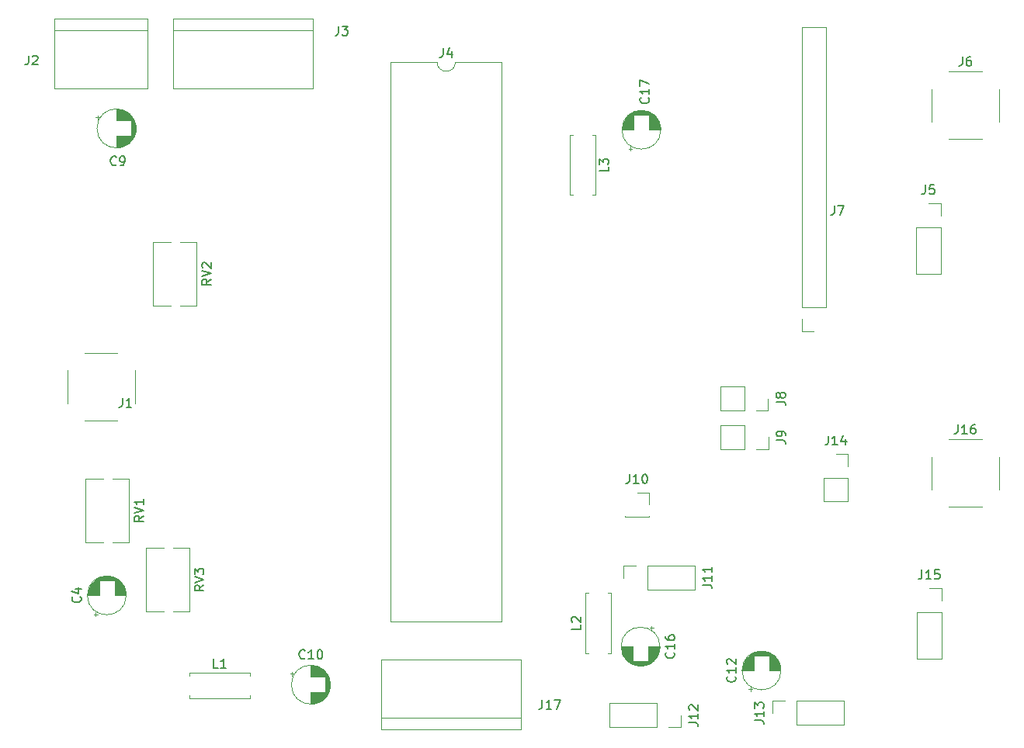
<source format=gbr>
%TF.GenerationSoftware,KiCad,Pcbnew,(5.1.10)-1*%
%TF.CreationDate,2021-07-26T18:41:44-03:00*%
%TF.ProjectId,ASBF,41534246-2e6b-4696-9361-645f70636258,V1.1*%
%TF.SameCoordinates,Original*%
%TF.FileFunction,Legend,Top*%
%TF.FilePolarity,Positive*%
%FSLAX46Y46*%
G04 Gerber Fmt 4.6, Leading zero omitted, Abs format (unit mm)*
G04 Created by KiCad (PCBNEW (5.1.10)-1) date 2021-07-26 18:41:44*
%MOMM*%
%LPD*%
G01*
G04 APERTURE LIST*
%ADD10C,0.120000*%
%ADD11C,0.150000*%
G04 APERTURE END LIST*
D10*
%TO.C,J17*%
X140060000Y-122310000D02*
X155300000Y-122310000D01*
X140060000Y-114690000D02*
X155300000Y-114690000D01*
X140060000Y-121040000D02*
X155300000Y-121040000D01*
X155300000Y-122310000D02*
X155300000Y-114690000D01*
X140060000Y-122310000D02*
X140060000Y-114690000D01*
%TO.C,J2*%
X104380000Y-45960000D02*
X114540000Y-45960000D01*
X104380000Y-44690000D02*
X104380000Y-52310000D01*
X104380000Y-52310000D02*
X114540000Y-52310000D01*
X114540000Y-52310000D02*
X114540000Y-44690000D01*
X114540000Y-44690000D02*
X104380000Y-44690000D01*
%TO.C,C12*%
X183620000Y-115850000D02*
G75*
G03*
X183620000Y-115850000I-2120000J0D01*
G01*
X182340000Y-115850000D02*
X183580000Y-115850000D01*
X179420000Y-115850000D02*
X180660000Y-115850000D01*
X182340000Y-115810000D02*
X183580000Y-115810000D01*
X179420000Y-115810000D02*
X180660000Y-115810000D01*
X182340000Y-115770000D02*
X183579000Y-115770000D01*
X179421000Y-115770000D02*
X180660000Y-115770000D01*
X179423000Y-115730000D02*
X180660000Y-115730000D01*
X182340000Y-115730000D02*
X183577000Y-115730000D01*
X179426000Y-115690000D02*
X180660000Y-115690000D01*
X182340000Y-115690000D02*
X183574000Y-115690000D01*
X179429000Y-115650000D02*
X180660000Y-115650000D01*
X182340000Y-115650000D02*
X183571000Y-115650000D01*
X179433000Y-115610000D02*
X180660000Y-115610000D01*
X182340000Y-115610000D02*
X183567000Y-115610000D01*
X179438000Y-115570000D02*
X180660000Y-115570000D01*
X182340000Y-115570000D02*
X183562000Y-115570000D01*
X179444000Y-115530000D02*
X180660000Y-115530000D01*
X182340000Y-115530000D02*
X183556000Y-115530000D01*
X179450000Y-115490000D02*
X180660000Y-115490000D01*
X182340000Y-115490000D02*
X183550000Y-115490000D01*
X179458000Y-115450000D02*
X180660000Y-115450000D01*
X182340000Y-115450000D02*
X183542000Y-115450000D01*
X179466000Y-115410000D02*
X180660000Y-115410000D01*
X182340000Y-115410000D02*
X183534000Y-115410000D01*
X179475000Y-115370000D02*
X180660000Y-115370000D01*
X182340000Y-115370000D02*
X183525000Y-115370000D01*
X179484000Y-115330000D02*
X180660000Y-115330000D01*
X182340000Y-115330000D02*
X183516000Y-115330000D01*
X179495000Y-115290000D02*
X180660000Y-115290000D01*
X182340000Y-115290000D02*
X183505000Y-115290000D01*
X179506000Y-115250000D02*
X180660000Y-115250000D01*
X182340000Y-115250000D02*
X183494000Y-115250000D01*
X179518000Y-115210000D02*
X180660000Y-115210000D01*
X182340000Y-115210000D02*
X183482000Y-115210000D01*
X179532000Y-115170000D02*
X180660000Y-115170000D01*
X182340000Y-115170000D02*
X183468000Y-115170000D01*
X179546000Y-115129000D02*
X180660000Y-115129000D01*
X182340000Y-115129000D02*
X183454000Y-115129000D01*
X179560000Y-115089000D02*
X180660000Y-115089000D01*
X182340000Y-115089000D02*
X183440000Y-115089000D01*
X179576000Y-115049000D02*
X180660000Y-115049000D01*
X182340000Y-115049000D02*
X183424000Y-115049000D01*
X179593000Y-115009000D02*
X180660000Y-115009000D01*
X182340000Y-115009000D02*
X183407000Y-115009000D01*
X179611000Y-114969000D02*
X180660000Y-114969000D01*
X182340000Y-114969000D02*
X183389000Y-114969000D01*
X179630000Y-114929000D02*
X180660000Y-114929000D01*
X182340000Y-114929000D02*
X183370000Y-114929000D01*
X179649000Y-114889000D02*
X180660000Y-114889000D01*
X182340000Y-114889000D02*
X183351000Y-114889000D01*
X179670000Y-114849000D02*
X180660000Y-114849000D01*
X182340000Y-114849000D02*
X183330000Y-114849000D01*
X179692000Y-114809000D02*
X180660000Y-114809000D01*
X182340000Y-114809000D02*
X183308000Y-114809000D01*
X179715000Y-114769000D02*
X180660000Y-114769000D01*
X182340000Y-114769000D02*
X183285000Y-114769000D01*
X179740000Y-114729000D02*
X180660000Y-114729000D01*
X182340000Y-114729000D02*
X183260000Y-114729000D01*
X179765000Y-114689000D02*
X180660000Y-114689000D01*
X182340000Y-114689000D02*
X183235000Y-114689000D01*
X179792000Y-114649000D02*
X180660000Y-114649000D01*
X182340000Y-114649000D02*
X183208000Y-114649000D01*
X179820000Y-114609000D02*
X180660000Y-114609000D01*
X182340000Y-114609000D02*
X183180000Y-114609000D01*
X179850000Y-114569000D02*
X180660000Y-114569000D01*
X182340000Y-114569000D02*
X183150000Y-114569000D01*
X179881000Y-114529000D02*
X180660000Y-114529000D01*
X182340000Y-114529000D02*
X183119000Y-114529000D01*
X179913000Y-114489000D02*
X180660000Y-114489000D01*
X182340000Y-114489000D02*
X183087000Y-114489000D01*
X179948000Y-114449000D02*
X180660000Y-114449000D01*
X182340000Y-114449000D02*
X183052000Y-114449000D01*
X179984000Y-114409000D02*
X180660000Y-114409000D01*
X182340000Y-114409000D02*
X183016000Y-114409000D01*
X180022000Y-114369000D02*
X180660000Y-114369000D01*
X182340000Y-114369000D02*
X182978000Y-114369000D01*
X180062000Y-114329000D02*
X180660000Y-114329000D01*
X182340000Y-114329000D02*
X182938000Y-114329000D01*
X180104000Y-114289000D02*
X180660000Y-114289000D01*
X182340000Y-114289000D02*
X182896000Y-114289000D01*
X180149000Y-114249000D02*
X182851000Y-114249000D01*
X180196000Y-114209000D02*
X182804000Y-114209000D01*
X180246000Y-114169000D02*
X182754000Y-114169000D01*
X180300000Y-114129000D02*
X182700000Y-114129000D01*
X180358000Y-114089000D02*
X182642000Y-114089000D01*
X180420000Y-114049000D02*
X182580000Y-114049000D01*
X180487000Y-114009000D02*
X182513000Y-114009000D01*
X180560000Y-113969000D02*
X182440000Y-113969000D01*
X180641000Y-113929000D02*
X182359000Y-113929000D01*
X180732000Y-113889000D02*
X182268000Y-113889000D01*
X180836000Y-113849000D02*
X182164000Y-113849000D01*
X180963000Y-113809000D02*
X182037000Y-113809000D01*
X181130000Y-113769000D02*
X181870000Y-113769000D01*
X180305000Y-118119801D02*
X180305000Y-117719801D01*
X180105000Y-117919801D02*
X180505000Y-117919801D01*
%TO.C,C17*%
X170520000Y-56850000D02*
G75*
G03*
X170520000Y-56850000I-2120000J0D01*
G01*
X169240000Y-56850000D02*
X170480000Y-56850000D01*
X166320000Y-56850000D02*
X167560000Y-56850000D01*
X169240000Y-56810000D02*
X170480000Y-56810000D01*
X166320000Y-56810000D02*
X167560000Y-56810000D01*
X169240000Y-56770000D02*
X170479000Y-56770000D01*
X166321000Y-56770000D02*
X167560000Y-56770000D01*
X166323000Y-56730000D02*
X167560000Y-56730000D01*
X169240000Y-56730000D02*
X170477000Y-56730000D01*
X166326000Y-56690000D02*
X167560000Y-56690000D01*
X169240000Y-56690000D02*
X170474000Y-56690000D01*
X166329000Y-56650000D02*
X167560000Y-56650000D01*
X169240000Y-56650000D02*
X170471000Y-56650000D01*
X166333000Y-56610000D02*
X167560000Y-56610000D01*
X169240000Y-56610000D02*
X170467000Y-56610000D01*
X166338000Y-56570000D02*
X167560000Y-56570000D01*
X169240000Y-56570000D02*
X170462000Y-56570000D01*
X166344000Y-56530000D02*
X167560000Y-56530000D01*
X169240000Y-56530000D02*
X170456000Y-56530000D01*
X166350000Y-56490000D02*
X167560000Y-56490000D01*
X169240000Y-56490000D02*
X170450000Y-56490000D01*
X166358000Y-56450000D02*
X167560000Y-56450000D01*
X169240000Y-56450000D02*
X170442000Y-56450000D01*
X166366000Y-56410000D02*
X167560000Y-56410000D01*
X169240000Y-56410000D02*
X170434000Y-56410000D01*
X166375000Y-56370000D02*
X167560000Y-56370000D01*
X169240000Y-56370000D02*
X170425000Y-56370000D01*
X166384000Y-56330000D02*
X167560000Y-56330000D01*
X169240000Y-56330000D02*
X170416000Y-56330000D01*
X166395000Y-56290000D02*
X167560000Y-56290000D01*
X169240000Y-56290000D02*
X170405000Y-56290000D01*
X166406000Y-56250000D02*
X167560000Y-56250000D01*
X169240000Y-56250000D02*
X170394000Y-56250000D01*
X166418000Y-56210000D02*
X167560000Y-56210000D01*
X169240000Y-56210000D02*
X170382000Y-56210000D01*
X166432000Y-56170000D02*
X167560000Y-56170000D01*
X169240000Y-56170000D02*
X170368000Y-56170000D01*
X166446000Y-56129000D02*
X167560000Y-56129000D01*
X169240000Y-56129000D02*
X170354000Y-56129000D01*
X166460000Y-56089000D02*
X167560000Y-56089000D01*
X169240000Y-56089000D02*
X170340000Y-56089000D01*
X166476000Y-56049000D02*
X167560000Y-56049000D01*
X169240000Y-56049000D02*
X170324000Y-56049000D01*
X166493000Y-56009000D02*
X167560000Y-56009000D01*
X169240000Y-56009000D02*
X170307000Y-56009000D01*
X166511000Y-55969000D02*
X167560000Y-55969000D01*
X169240000Y-55969000D02*
X170289000Y-55969000D01*
X166530000Y-55929000D02*
X167560000Y-55929000D01*
X169240000Y-55929000D02*
X170270000Y-55929000D01*
X166549000Y-55889000D02*
X167560000Y-55889000D01*
X169240000Y-55889000D02*
X170251000Y-55889000D01*
X166570000Y-55849000D02*
X167560000Y-55849000D01*
X169240000Y-55849000D02*
X170230000Y-55849000D01*
X166592000Y-55809000D02*
X167560000Y-55809000D01*
X169240000Y-55809000D02*
X170208000Y-55809000D01*
X166615000Y-55769000D02*
X167560000Y-55769000D01*
X169240000Y-55769000D02*
X170185000Y-55769000D01*
X166640000Y-55729000D02*
X167560000Y-55729000D01*
X169240000Y-55729000D02*
X170160000Y-55729000D01*
X166665000Y-55689000D02*
X167560000Y-55689000D01*
X169240000Y-55689000D02*
X170135000Y-55689000D01*
X166692000Y-55649000D02*
X167560000Y-55649000D01*
X169240000Y-55649000D02*
X170108000Y-55649000D01*
X166720000Y-55609000D02*
X167560000Y-55609000D01*
X169240000Y-55609000D02*
X170080000Y-55609000D01*
X166750000Y-55569000D02*
X167560000Y-55569000D01*
X169240000Y-55569000D02*
X170050000Y-55569000D01*
X166781000Y-55529000D02*
X167560000Y-55529000D01*
X169240000Y-55529000D02*
X170019000Y-55529000D01*
X166813000Y-55489000D02*
X167560000Y-55489000D01*
X169240000Y-55489000D02*
X169987000Y-55489000D01*
X166848000Y-55449000D02*
X167560000Y-55449000D01*
X169240000Y-55449000D02*
X169952000Y-55449000D01*
X166884000Y-55409000D02*
X167560000Y-55409000D01*
X169240000Y-55409000D02*
X169916000Y-55409000D01*
X166922000Y-55369000D02*
X167560000Y-55369000D01*
X169240000Y-55369000D02*
X169878000Y-55369000D01*
X166962000Y-55329000D02*
X167560000Y-55329000D01*
X169240000Y-55329000D02*
X169838000Y-55329000D01*
X167004000Y-55289000D02*
X167560000Y-55289000D01*
X169240000Y-55289000D02*
X169796000Y-55289000D01*
X167049000Y-55249000D02*
X169751000Y-55249000D01*
X167096000Y-55209000D02*
X169704000Y-55209000D01*
X167146000Y-55169000D02*
X169654000Y-55169000D01*
X167200000Y-55129000D02*
X169600000Y-55129000D01*
X167258000Y-55089000D02*
X169542000Y-55089000D01*
X167320000Y-55049000D02*
X169480000Y-55049000D01*
X167387000Y-55009000D02*
X169413000Y-55009000D01*
X167460000Y-54969000D02*
X169340000Y-54969000D01*
X167541000Y-54929000D02*
X169259000Y-54929000D01*
X167632000Y-54889000D02*
X169168000Y-54889000D01*
X167736000Y-54849000D02*
X169064000Y-54849000D01*
X167863000Y-54809000D02*
X168937000Y-54809000D01*
X168030000Y-54769000D02*
X168770000Y-54769000D01*
X167205000Y-59119801D02*
X167205000Y-58719801D01*
X167005000Y-58919801D02*
X167405000Y-58919801D01*
%TO.C,C16*%
X170424000Y-113250000D02*
G75*
G03*
X170424000Y-113250000I-2120000J0D01*
G01*
X167464000Y-113250000D02*
X166224000Y-113250000D01*
X170384000Y-113250000D02*
X169144000Y-113250000D01*
X167464000Y-113290000D02*
X166224000Y-113290000D01*
X170384000Y-113290000D02*
X169144000Y-113290000D01*
X167464000Y-113330000D02*
X166225000Y-113330000D01*
X170383000Y-113330000D02*
X169144000Y-113330000D01*
X170381000Y-113370000D02*
X169144000Y-113370000D01*
X167464000Y-113370000D02*
X166227000Y-113370000D01*
X170378000Y-113410000D02*
X169144000Y-113410000D01*
X167464000Y-113410000D02*
X166230000Y-113410000D01*
X170375000Y-113450000D02*
X169144000Y-113450000D01*
X167464000Y-113450000D02*
X166233000Y-113450000D01*
X170371000Y-113490000D02*
X169144000Y-113490000D01*
X167464000Y-113490000D02*
X166237000Y-113490000D01*
X170366000Y-113530000D02*
X169144000Y-113530000D01*
X167464000Y-113530000D02*
X166242000Y-113530000D01*
X170360000Y-113570000D02*
X169144000Y-113570000D01*
X167464000Y-113570000D02*
X166248000Y-113570000D01*
X170354000Y-113610000D02*
X169144000Y-113610000D01*
X167464000Y-113610000D02*
X166254000Y-113610000D01*
X170346000Y-113650000D02*
X169144000Y-113650000D01*
X167464000Y-113650000D02*
X166262000Y-113650000D01*
X170338000Y-113690000D02*
X169144000Y-113690000D01*
X167464000Y-113690000D02*
X166270000Y-113690000D01*
X170329000Y-113730000D02*
X169144000Y-113730000D01*
X167464000Y-113730000D02*
X166279000Y-113730000D01*
X170320000Y-113770000D02*
X169144000Y-113770000D01*
X167464000Y-113770000D02*
X166288000Y-113770000D01*
X170309000Y-113810000D02*
X169144000Y-113810000D01*
X167464000Y-113810000D02*
X166299000Y-113810000D01*
X170298000Y-113850000D02*
X169144000Y-113850000D01*
X167464000Y-113850000D02*
X166310000Y-113850000D01*
X170286000Y-113890000D02*
X169144000Y-113890000D01*
X167464000Y-113890000D02*
X166322000Y-113890000D01*
X170272000Y-113930000D02*
X169144000Y-113930000D01*
X167464000Y-113930000D02*
X166336000Y-113930000D01*
X170258000Y-113971000D02*
X169144000Y-113971000D01*
X167464000Y-113971000D02*
X166350000Y-113971000D01*
X170244000Y-114011000D02*
X169144000Y-114011000D01*
X167464000Y-114011000D02*
X166364000Y-114011000D01*
X170228000Y-114051000D02*
X169144000Y-114051000D01*
X167464000Y-114051000D02*
X166380000Y-114051000D01*
X170211000Y-114091000D02*
X169144000Y-114091000D01*
X167464000Y-114091000D02*
X166397000Y-114091000D01*
X170193000Y-114131000D02*
X169144000Y-114131000D01*
X167464000Y-114131000D02*
X166415000Y-114131000D01*
X170174000Y-114171000D02*
X169144000Y-114171000D01*
X167464000Y-114171000D02*
X166434000Y-114171000D01*
X170155000Y-114211000D02*
X169144000Y-114211000D01*
X167464000Y-114211000D02*
X166453000Y-114211000D01*
X170134000Y-114251000D02*
X169144000Y-114251000D01*
X167464000Y-114251000D02*
X166474000Y-114251000D01*
X170112000Y-114291000D02*
X169144000Y-114291000D01*
X167464000Y-114291000D02*
X166496000Y-114291000D01*
X170089000Y-114331000D02*
X169144000Y-114331000D01*
X167464000Y-114331000D02*
X166519000Y-114331000D01*
X170064000Y-114371000D02*
X169144000Y-114371000D01*
X167464000Y-114371000D02*
X166544000Y-114371000D01*
X170039000Y-114411000D02*
X169144000Y-114411000D01*
X167464000Y-114411000D02*
X166569000Y-114411000D01*
X170012000Y-114451000D02*
X169144000Y-114451000D01*
X167464000Y-114451000D02*
X166596000Y-114451000D01*
X169984000Y-114491000D02*
X169144000Y-114491000D01*
X167464000Y-114491000D02*
X166624000Y-114491000D01*
X169954000Y-114531000D02*
X169144000Y-114531000D01*
X167464000Y-114531000D02*
X166654000Y-114531000D01*
X169923000Y-114571000D02*
X169144000Y-114571000D01*
X167464000Y-114571000D02*
X166685000Y-114571000D01*
X169891000Y-114611000D02*
X169144000Y-114611000D01*
X167464000Y-114611000D02*
X166717000Y-114611000D01*
X169856000Y-114651000D02*
X169144000Y-114651000D01*
X167464000Y-114651000D02*
X166752000Y-114651000D01*
X169820000Y-114691000D02*
X169144000Y-114691000D01*
X167464000Y-114691000D02*
X166788000Y-114691000D01*
X169782000Y-114731000D02*
X169144000Y-114731000D01*
X167464000Y-114731000D02*
X166826000Y-114731000D01*
X169742000Y-114771000D02*
X169144000Y-114771000D01*
X167464000Y-114771000D02*
X166866000Y-114771000D01*
X169700000Y-114811000D02*
X169144000Y-114811000D01*
X167464000Y-114811000D02*
X166908000Y-114811000D01*
X169655000Y-114851000D02*
X166953000Y-114851000D01*
X169608000Y-114891000D02*
X167000000Y-114891000D01*
X169558000Y-114931000D02*
X167050000Y-114931000D01*
X169504000Y-114971000D02*
X167104000Y-114971000D01*
X169446000Y-115011000D02*
X167162000Y-115011000D01*
X169384000Y-115051000D02*
X167224000Y-115051000D01*
X169317000Y-115091000D02*
X167291000Y-115091000D01*
X169244000Y-115131000D02*
X167364000Y-115131000D01*
X169163000Y-115171000D02*
X167445000Y-115171000D01*
X169072000Y-115211000D02*
X167536000Y-115211000D01*
X168968000Y-115251000D02*
X167640000Y-115251000D01*
X168841000Y-115291000D02*
X167767000Y-115291000D01*
X168674000Y-115331000D02*
X167934000Y-115331000D01*
X169499000Y-110980199D02*
X169499000Y-111380199D01*
X169699000Y-111180199D02*
X169299000Y-111180199D01*
%TO.C,J4*%
X153180000Y-49470000D02*
X148120000Y-49470000D01*
X153180000Y-110550000D02*
X153180000Y-49470000D01*
X141060000Y-110550000D02*
X153180000Y-110550000D01*
X141060000Y-49470000D02*
X141060000Y-110550000D01*
X146120000Y-49470000D02*
X141060000Y-49470000D01*
X148120000Y-49470000D02*
G75*
G02*
X146120000Y-49470000I-1000000J0D01*
G01*
%TO.C,RV3*%
X119080000Y-102485000D02*
X119080000Y-109435000D01*
X114340000Y-102485000D02*
X114340000Y-109435000D01*
X119080000Y-102485000D02*
X117294000Y-102485000D01*
X116304000Y-102485000D02*
X114340000Y-102485000D01*
X119080000Y-109435000D02*
X117294000Y-109435000D01*
X116304000Y-109435000D02*
X114340000Y-109435000D01*
%TO.C,RV2*%
X119880000Y-69085000D02*
X119880000Y-76035000D01*
X115140000Y-69085000D02*
X115140000Y-76035000D01*
X119880000Y-69085000D02*
X118094000Y-69085000D01*
X117104000Y-69085000D02*
X115140000Y-69085000D01*
X119880000Y-76035000D02*
X118094000Y-76035000D01*
X117104000Y-76035000D02*
X115140000Y-76035000D01*
%TO.C,RV1*%
X112526000Y-94916000D02*
X112526000Y-101866000D01*
X107786000Y-94916000D02*
X107786000Y-101866000D01*
X112526000Y-94916000D02*
X110740000Y-94916000D01*
X109750000Y-94916000D02*
X107786000Y-94916000D01*
X112526000Y-101866000D02*
X110740000Y-101866000D01*
X109750000Y-101866000D02*
X107786000Y-101866000D01*
%TO.C,L3*%
X160630000Y-63980000D02*
X160960000Y-63980000D01*
X160630000Y-57440000D02*
X160630000Y-63980000D01*
X160960000Y-57440000D02*
X160630000Y-57440000D01*
X163370000Y-63980000D02*
X163040000Y-63980000D01*
X163370000Y-57440000D02*
X163370000Y-63980000D01*
X163040000Y-57440000D02*
X163370000Y-57440000D01*
%TO.C,L2*%
X165070000Y-107420000D02*
X164740000Y-107420000D01*
X165070000Y-113960000D02*
X165070000Y-107420000D01*
X164740000Y-113960000D02*
X165070000Y-113960000D01*
X162330000Y-107420000D02*
X162660000Y-107420000D01*
X162330000Y-113960000D02*
X162330000Y-107420000D01*
X162660000Y-113960000D02*
X162330000Y-113960000D01*
%TO.C,L1*%
X119140000Y-116460000D02*
X119140000Y-116130000D01*
X119140000Y-116130000D02*
X125680000Y-116130000D01*
X125680000Y-116130000D02*
X125680000Y-116460000D01*
X119140000Y-118540000D02*
X119140000Y-118870000D01*
X119140000Y-118870000D02*
X125680000Y-118870000D01*
X125680000Y-118870000D02*
X125680000Y-118540000D01*
%TO.C,J16*%
X201937000Y-90644000D02*
X205537000Y-90644000D01*
X201937000Y-98004000D02*
X205537000Y-98004000D01*
X207417000Y-92524000D02*
X207417000Y-96124000D01*
X200057000Y-92524000D02*
X200057000Y-96124000D01*
%TO.C,J15*%
X199800000Y-106870000D02*
X201130000Y-106870000D01*
X201130000Y-106870000D02*
X201130000Y-108200000D01*
X201130000Y-109470000D02*
X201130000Y-114610000D01*
X198470000Y-114610000D02*
X201130000Y-114610000D01*
X198470000Y-109470000D02*
X198470000Y-114610000D01*
X198470000Y-109470000D02*
X201130000Y-109470000D01*
%TO.C,J14*%
X189600000Y-92232000D02*
X190930000Y-92232000D01*
X190930000Y-92232000D02*
X190930000Y-93562000D01*
X190930000Y-94832000D02*
X190930000Y-97432000D01*
X188270000Y-97432000D02*
X190930000Y-97432000D01*
X188270000Y-94832000D02*
X188270000Y-97432000D01*
X188270000Y-94832000D02*
X190930000Y-94832000D01*
%TO.C,J13*%
X182722000Y-120486000D02*
X182722000Y-119156000D01*
X182722000Y-119156000D02*
X184052000Y-119156000D01*
X185322000Y-119156000D02*
X190462000Y-119156000D01*
X190462000Y-121816000D02*
X190462000Y-119156000D01*
X185322000Y-121816000D02*
X190462000Y-121816000D01*
X185322000Y-121816000D02*
X185322000Y-119156000D01*
%TO.C,J12*%
X172682000Y-120740000D02*
X172682000Y-122070000D01*
X172682000Y-122070000D02*
X171352000Y-122070000D01*
X170082000Y-122070000D02*
X164942000Y-122070000D01*
X164942000Y-119410000D02*
X164942000Y-122070000D01*
X170082000Y-119410000D02*
X164942000Y-119410000D01*
X170082000Y-119410000D02*
X170082000Y-122070000D01*
%TO.C,J11*%
X166466000Y-105754000D02*
X166466000Y-104424000D01*
X166466000Y-104424000D02*
X167796000Y-104424000D01*
X169066000Y-104424000D02*
X174206000Y-104424000D01*
X174206000Y-107084000D02*
X174206000Y-104424000D01*
X169066000Y-107084000D02*
X174206000Y-107084000D01*
X169066000Y-107084000D02*
X169066000Y-104424000D01*
%TO.C,J10*%
X167923000Y-96423000D02*
X169253000Y-96423000D01*
X169253000Y-96423000D02*
X169253000Y-97753000D01*
X169253000Y-98963000D02*
X169253000Y-99083000D01*
X166593000Y-98963000D02*
X166593000Y-99083000D01*
X166593000Y-99083000D02*
X169253000Y-99083000D01*
%TO.C,J9*%
X182230000Y-90400000D02*
X182230000Y-91730000D01*
X182230000Y-91730000D02*
X180900000Y-91730000D01*
X179630000Y-91730000D02*
X177030000Y-91730000D01*
X177030000Y-89070000D02*
X177030000Y-91730000D01*
X179630000Y-89070000D02*
X177030000Y-89070000D01*
X179630000Y-89070000D02*
X179630000Y-91730000D01*
%TO.C,J8*%
X182207000Y-86196000D02*
X182207000Y-87526000D01*
X182207000Y-87526000D02*
X180877000Y-87526000D01*
X179607000Y-87526000D02*
X177007000Y-87526000D01*
X177007000Y-84866000D02*
X177007000Y-87526000D01*
X179607000Y-84866000D02*
X177007000Y-84866000D01*
X179607000Y-84866000D02*
X179607000Y-87526000D01*
%TO.C,J7*%
X187200000Y-78830000D02*
X185870000Y-78830000D01*
X185870000Y-78830000D02*
X185870000Y-77500000D01*
X185870000Y-76230000D02*
X185870000Y-45690000D01*
X188530000Y-45690000D02*
X185870000Y-45690000D01*
X188530000Y-76230000D02*
X188530000Y-45690000D01*
X188530000Y-76230000D02*
X185870000Y-76230000D01*
%TO.C,J6*%
X201937000Y-50512000D02*
X205537000Y-50512000D01*
X201937000Y-57872000D02*
X205537000Y-57872000D01*
X207417000Y-52392000D02*
X207417000Y-55992000D01*
X200057000Y-52392000D02*
X200057000Y-55992000D01*
%TO.C,J5*%
X199700000Y-64870000D02*
X201030000Y-64870000D01*
X201030000Y-64870000D02*
X201030000Y-66200000D01*
X201030000Y-67470000D02*
X201030000Y-72610000D01*
X198370000Y-72610000D02*
X201030000Y-72610000D01*
X198370000Y-67470000D02*
X198370000Y-72610000D01*
X198370000Y-67470000D02*
X201030000Y-67470000D01*
%TO.C,J3*%
X132540000Y-44690000D02*
X132540000Y-52310000D01*
X117300000Y-44690000D02*
X117300000Y-52310000D01*
X132540000Y-45960000D02*
X117300000Y-45960000D01*
X132540000Y-52310000D02*
X117300000Y-52310000D01*
X132540000Y-44690000D02*
X117300000Y-44690000D01*
%TO.C,J1*%
X105785000Y-83094000D02*
X105785000Y-86694000D01*
X113145000Y-83094000D02*
X113145000Y-86694000D01*
X107665000Y-88574000D02*
X111265000Y-88574000D01*
X107665000Y-81214000D02*
X111265000Y-81214000D01*
%TO.C,C10*%
X134470000Y-117400000D02*
G75*
G03*
X134470000Y-117400000I-2120000J0D01*
G01*
X132350000Y-118240000D02*
X132350000Y-119480000D01*
X132350000Y-115320000D02*
X132350000Y-116560000D01*
X132390000Y-118240000D02*
X132390000Y-119480000D01*
X132390000Y-115320000D02*
X132390000Y-116560000D01*
X132430000Y-118240000D02*
X132430000Y-119479000D01*
X132430000Y-115321000D02*
X132430000Y-116560000D01*
X132470000Y-115323000D02*
X132470000Y-116560000D01*
X132470000Y-118240000D02*
X132470000Y-119477000D01*
X132510000Y-115326000D02*
X132510000Y-116560000D01*
X132510000Y-118240000D02*
X132510000Y-119474000D01*
X132550000Y-115329000D02*
X132550000Y-116560000D01*
X132550000Y-118240000D02*
X132550000Y-119471000D01*
X132590000Y-115333000D02*
X132590000Y-116560000D01*
X132590000Y-118240000D02*
X132590000Y-119467000D01*
X132630000Y-115338000D02*
X132630000Y-116560000D01*
X132630000Y-118240000D02*
X132630000Y-119462000D01*
X132670000Y-115344000D02*
X132670000Y-116560000D01*
X132670000Y-118240000D02*
X132670000Y-119456000D01*
X132710000Y-115350000D02*
X132710000Y-116560000D01*
X132710000Y-118240000D02*
X132710000Y-119450000D01*
X132750000Y-115358000D02*
X132750000Y-116560000D01*
X132750000Y-118240000D02*
X132750000Y-119442000D01*
X132790000Y-115366000D02*
X132790000Y-116560000D01*
X132790000Y-118240000D02*
X132790000Y-119434000D01*
X132830000Y-115375000D02*
X132830000Y-116560000D01*
X132830000Y-118240000D02*
X132830000Y-119425000D01*
X132870000Y-115384000D02*
X132870000Y-116560000D01*
X132870000Y-118240000D02*
X132870000Y-119416000D01*
X132910000Y-115395000D02*
X132910000Y-116560000D01*
X132910000Y-118240000D02*
X132910000Y-119405000D01*
X132950000Y-115406000D02*
X132950000Y-116560000D01*
X132950000Y-118240000D02*
X132950000Y-119394000D01*
X132990000Y-115418000D02*
X132990000Y-116560000D01*
X132990000Y-118240000D02*
X132990000Y-119382000D01*
X133030000Y-115432000D02*
X133030000Y-116560000D01*
X133030000Y-118240000D02*
X133030000Y-119368000D01*
X133071000Y-115446000D02*
X133071000Y-116560000D01*
X133071000Y-118240000D02*
X133071000Y-119354000D01*
X133111000Y-115460000D02*
X133111000Y-116560000D01*
X133111000Y-118240000D02*
X133111000Y-119340000D01*
X133151000Y-115476000D02*
X133151000Y-116560000D01*
X133151000Y-118240000D02*
X133151000Y-119324000D01*
X133191000Y-115493000D02*
X133191000Y-116560000D01*
X133191000Y-118240000D02*
X133191000Y-119307000D01*
X133231000Y-115511000D02*
X133231000Y-116560000D01*
X133231000Y-118240000D02*
X133231000Y-119289000D01*
X133271000Y-115530000D02*
X133271000Y-116560000D01*
X133271000Y-118240000D02*
X133271000Y-119270000D01*
X133311000Y-115549000D02*
X133311000Y-116560000D01*
X133311000Y-118240000D02*
X133311000Y-119251000D01*
X133351000Y-115570000D02*
X133351000Y-116560000D01*
X133351000Y-118240000D02*
X133351000Y-119230000D01*
X133391000Y-115592000D02*
X133391000Y-116560000D01*
X133391000Y-118240000D02*
X133391000Y-119208000D01*
X133431000Y-115615000D02*
X133431000Y-116560000D01*
X133431000Y-118240000D02*
X133431000Y-119185000D01*
X133471000Y-115640000D02*
X133471000Y-116560000D01*
X133471000Y-118240000D02*
X133471000Y-119160000D01*
X133511000Y-115665000D02*
X133511000Y-116560000D01*
X133511000Y-118240000D02*
X133511000Y-119135000D01*
X133551000Y-115692000D02*
X133551000Y-116560000D01*
X133551000Y-118240000D02*
X133551000Y-119108000D01*
X133591000Y-115720000D02*
X133591000Y-116560000D01*
X133591000Y-118240000D02*
X133591000Y-119080000D01*
X133631000Y-115750000D02*
X133631000Y-116560000D01*
X133631000Y-118240000D02*
X133631000Y-119050000D01*
X133671000Y-115781000D02*
X133671000Y-116560000D01*
X133671000Y-118240000D02*
X133671000Y-119019000D01*
X133711000Y-115813000D02*
X133711000Y-116560000D01*
X133711000Y-118240000D02*
X133711000Y-118987000D01*
X133751000Y-115848000D02*
X133751000Y-116560000D01*
X133751000Y-118240000D02*
X133751000Y-118952000D01*
X133791000Y-115884000D02*
X133791000Y-116560000D01*
X133791000Y-118240000D02*
X133791000Y-118916000D01*
X133831000Y-115922000D02*
X133831000Y-116560000D01*
X133831000Y-118240000D02*
X133831000Y-118878000D01*
X133871000Y-115962000D02*
X133871000Y-116560000D01*
X133871000Y-118240000D02*
X133871000Y-118838000D01*
X133911000Y-116004000D02*
X133911000Y-116560000D01*
X133911000Y-118240000D02*
X133911000Y-118796000D01*
X133951000Y-116049000D02*
X133951000Y-118751000D01*
X133991000Y-116096000D02*
X133991000Y-118704000D01*
X134031000Y-116146000D02*
X134031000Y-118654000D01*
X134071000Y-116200000D02*
X134071000Y-118600000D01*
X134111000Y-116258000D02*
X134111000Y-118542000D01*
X134151000Y-116320000D02*
X134151000Y-118480000D01*
X134191000Y-116387000D02*
X134191000Y-118413000D01*
X134231000Y-116460000D02*
X134231000Y-118340000D01*
X134271000Y-116541000D02*
X134271000Y-118259000D01*
X134311000Y-116632000D02*
X134311000Y-118168000D01*
X134351000Y-116736000D02*
X134351000Y-118064000D01*
X134391000Y-116863000D02*
X134391000Y-117937000D01*
X134431000Y-117030000D02*
X134431000Y-117770000D01*
X130080199Y-116205000D02*
X130480199Y-116205000D01*
X130280199Y-116005000D02*
X130280199Y-116405000D01*
%TO.C,C9*%
X113270000Y-56700000D02*
G75*
G03*
X113270000Y-56700000I-2120000J0D01*
G01*
X111150000Y-57540000D02*
X111150000Y-58780000D01*
X111150000Y-54620000D02*
X111150000Y-55860000D01*
X111190000Y-57540000D02*
X111190000Y-58780000D01*
X111190000Y-54620000D02*
X111190000Y-55860000D01*
X111230000Y-57540000D02*
X111230000Y-58779000D01*
X111230000Y-54621000D02*
X111230000Y-55860000D01*
X111270000Y-54623000D02*
X111270000Y-55860000D01*
X111270000Y-57540000D02*
X111270000Y-58777000D01*
X111310000Y-54626000D02*
X111310000Y-55860000D01*
X111310000Y-57540000D02*
X111310000Y-58774000D01*
X111350000Y-54629000D02*
X111350000Y-55860000D01*
X111350000Y-57540000D02*
X111350000Y-58771000D01*
X111390000Y-54633000D02*
X111390000Y-55860000D01*
X111390000Y-57540000D02*
X111390000Y-58767000D01*
X111430000Y-54638000D02*
X111430000Y-55860000D01*
X111430000Y-57540000D02*
X111430000Y-58762000D01*
X111470000Y-54644000D02*
X111470000Y-55860000D01*
X111470000Y-57540000D02*
X111470000Y-58756000D01*
X111510000Y-54650000D02*
X111510000Y-55860000D01*
X111510000Y-57540000D02*
X111510000Y-58750000D01*
X111550000Y-54658000D02*
X111550000Y-55860000D01*
X111550000Y-57540000D02*
X111550000Y-58742000D01*
X111590000Y-54666000D02*
X111590000Y-55860000D01*
X111590000Y-57540000D02*
X111590000Y-58734000D01*
X111630000Y-54675000D02*
X111630000Y-55860000D01*
X111630000Y-57540000D02*
X111630000Y-58725000D01*
X111670000Y-54684000D02*
X111670000Y-55860000D01*
X111670000Y-57540000D02*
X111670000Y-58716000D01*
X111710000Y-54695000D02*
X111710000Y-55860000D01*
X111710000Y-57540000D02*
X111710000Y-58705000D01*
X111750000Y-54706000D02*
X111750000Y-55860000D01*
X111750000Y-57540000D02*
X111750000Y-58694000D01*
X111790000Y-54718000D02*
X111790000Y-55860000D01*
X111790000Y-57540000D02*
X111790000Y-58682000D01*
X111830000Y-54732000D02*
X111830000Y-55860000D01*
X111830000Y-57540000D02*
X111830000Y-58668000D01*
X111871000Y-54746000D02*
X111871000Y-55860000D01*
X111871000Y-57540000D02*
X111871000Y-58654000D01*
X111911000Y-54760000D02*
X111911000Y-55860000D01*
X111911000Y-57540000D02*
X111911000Y-58640000D01*
X111951000Y-54776000D02*
X111951000Y-55860000D01*
X111951000Y-57540000D02*
X111951000Y-58624000D01*
X111991000Y-54793000D02*
X111991000Y-55860000D01*
X111991000Y-57540000D02*
X111991000Y-58607000D01*
X112031000Y-54811000D02*
X112031000Y-55860000D01*
X112031000Y-57540000D02*
X112031000Y-58589000D01*
X112071000Y-54830000D02*
X112071000Y-55860000D01*
X112071000Y-57540000D02*
X112071000Y-58570000D01*
X112111000Y-54849000D02*
X112111000Y-55860000D01*
X112111000Y-57540000D02*
X112111000Y-58551000D01*
X112151000Y-54870000D02*
X112151000Y-55860000D01*
X112151000Y-57540000D02*
X112151000Y-58530000D01*
X112191000Y-54892000D02*
X112191000Y-55860000D01*
X112191000Y-57540000D02*
X112191000Y-58508000D01*
X112231000Y-54915000D02*
X112231000Y-55860000D01*
X112231000Y-57540000D02*
X112231000Y-58485000D01*
X112271000Y-54940000D02*
X112271000Y-55860000D01*
X112271000Y-57540000D02*
X112271000Y-58460000D01*
X112311000Y-54965000D02*
X112311000Y-55860000D01*
X112311000Y-57540000D02*
X112311000Y-58435000D01*
X112351000Y-54992000D02*
X112351000Y-55860000D01*
X112351000Y-57540000D02*
X112351000Y-58408000D01*
X112391000Y-55020000D02*
X112391000Y-55860000D01*
X112391000Y-57540000D02*
X112391000Y-58380000D01*
X112431000Y-55050000D02*
X112431000Y-55860000D01*
X112431000Y-57540000D02*
X112431000Y-58350000D01*
X112471000Y-55081000D02*
X112471000Y-55860000D01*
X112471000Y-57540000D02*
X112471000Y-58319000D01*
X112511000Y-55113000D02*
X112511000Y-55860000D01*
X112511000Y-57540000D02*
X112511000Y-58287000D01*
X112551000Y-55148000D02*
X112551000Y-55860000D01*
X112551000Y-57540000D02*
X112551000Y-58252000D01*
X112591000Y-55184000D02*
X112591000Y-55860000D01*
X112591000Y-57540000D02*
X112591000Y-58216000D01*
X112631000Y-55222000D02*
X112631000Y-55860000D01*
X112631000Y-57540000D02*
X112631000Y-58178000D01*
X112671000Y-55262000D02*
X112671000Y-55860000D01*
X112671000Y-57540000D02*
X112671000Y-58138000D01*
X112711000Y-55304000D02*
X112711000Y-55860000D01*
X112711000Y-57540000D02*
X112711000Y-58096000D01*
X112751000Y-55349000D02*
X112751000Y-58051000D01*
X112791000Y-55396000D02*
X112791000Y-58004000D01*
X112831000Y-55446000D02*
X112831000Y-57954000D01*
X112871000Y-55500000D02*
X112871000Y-57900000D01*
X112911000Y-55558000D02*
X112911000Y-57842000D01*
X112951000Y-55620000D02*
X112951000Y-57780000D01*
X112991000Y-55687000D02*
X112991000Y-57713000D01*
X113031000Y-55760000D02*
X113031000Y-57640000D01*
X113071000Y-55841000D02*
X113071000Y-57559000D01*
X113111000Y-55932000D02*
X113111000Y-57468000D01*
X113151000Y-56036000D02*
X113151000Y-57364000D01*
X113191000Y-56163000D02*
X113191000Y-57237000D01*
X113231000Y-56330000D02*
X113231000Y-57070000D01*
X108880199Y-55505000D02*
X109280199Y-55505000D01*
X109080199Y-55305000D02*
X109080199Y-55705000D01*
%TO.C,C4*%
X108705000Y-109719801D02*
X109105000Y-109719801D01*
X108905000Y-109919801D02*
X108905000Y-109519801D01*
X109730000Y-105569000D02*
X110470000Y-105569000D01*
X109563000Y-105609000D02*
X110637000Y-105609000D01*
X109436000Y-105649000D02*
X110764000Y-105649000D01*
X109332000Y-105689000D02*
X110868000Y-105689000D01*
X109241000Y-105729000D02*
X110959000Y-105729000D01*
X109160000Y-105769000D02*
X111040000Y-105769000D01*
X109087000Y-105809000D02*
X111113000Y-105809000D01*
X109020000Y-105849000D02*
X111180000Y-105849000D01*
X108958000Y-105889000D02*
X111242000Y-105889000D01*
X108900000Y-105929000D02*
X111300000Y-105929000D01*
X108846000Y-105969000D02*
X111354000Y-105969000D01*
X108796000Y-106009000D02*
X111404000Y-106009000D01*
X108749000Y-106049000D02*
X111451000Y-106049000D01*
X110940000Y-106089000D02*
X111496000Y-106089000D01*
X108704000Y-106089000D02*
X109260000Y-106089000D01*
X110940000Y-106129000D02*
X111538000Y-106129000D01*
X108662000Y-106129000D02*
X109260000Y-106129000D01*
X110940000Y-106169000D02*
X111578000Y-106169000D01*
X108622000Y-106169000D02*
X109260000Y-106169000D01*
X110940000Y-106209000D02*
X111616000Y-106209000D01*
X108584000Y-106209000D02*
X109260000Y-106209000D01*
X110940000Y-106249000D02*
X111652000Y-106249000D01*
X108548000Y-106249000D02*
X109260000Y-106249000D01*
X110940000Y-106289000D02*
X111687000Y-106289000D01*
X108513000Y-106289000D02*
X109260000Y-106289000D01*
X110940000Y-106329000D02*
X111719000Y-106329000D01*
X108481000Y-106329000D02*
X109260000Y-106329000D01*
X110940000Y-106369000D02*
X111750000Y-106369000D01*
X108450000Y-106369000D02*
X109260000Y-106369000D01*
X110940000Y-106409000D02*
X111780000Y-106409000D01*
X108420000Y-106409000D02*
X109260000Y-106409000D01*
X110940000Y-106449000D02*
X111808000Y-106449000D01*
X108392000Y-106449000D02*
X109260000Y-106449000D01*
X110940000Y-106489000D02*
X111835000Y-106489000D01*
X108365000Y-106489000D02*
X109260000Y-106489000D01*
X110940000Y-106529000D02*
X111860000Y-106529000D01*
X108340000Y-106529000D02*
X109260000Y-106529000D01*
X110940000Y-106569000D02*
X111885000Y-106569000D01*
X108315000Y-106569000D02*
X109260000Y-106569000D01*
X110940000Y-106609000D02*
X111908000Y-106609000D01*
X108292000Y-106609000D02*
X109260000Y-106609000D01*
X110940000Y-106649000D02*
X111930000Y-106649000D01*
X108270000Y-106649000D02*
X109260000Y-106649000D01*
X110940000Y-106689000D02*
X111951000Y-106689000D01*
X108249000Y-106689000D02*
X109260000Y-106689000D01*
X110940000Y-106729000D02*
X111970000Y-106729000D01*
X108230000Y-106729000D02*
X109260000Y-106729000D01*
X110940000Y-106769000D02*
X111989000Y-106769000D01*
X108211000Y-106769000D02*
X109260000Y-106769000D01*
X110940000Y-106809000D02*
X112007000Y-106809000D01*
X108193000Y-106809000D02*
X109260000Y-106809000D01*
X110940000Y-106849000D02*
X112024000Y-106849000D01*
X108176000Y-106849000D02*
X109260000Y-106849000D01*
X110940000Y-106889000D02*
X112040000Y-106889000D01*
X108160000Y-106889000D02*
X109260000Y-106889000D01*
X110940000Y-106929000D02*
X112054000Y-106929000D01*
X108146000Y-106929000D02*
X109260000Y-106929000D01*
X110940000Y-106970000D02*
X112068000Y-106970000D01*
X108132000Y-106970000D02*
X109260000Y-106970000D01*
X110940000Y-107010000D02*
X112082000Y-107010000D01*
X108118000Y-107010000D02*
X109260000Y-107010000D01*
X110940000Y-107050000D02*
X112094000Y-107050000D01*
X108106000Y-107050000D02*
X109260000Y-107050000D01*
X110940000Y-107090000D02*
X112105000Y-107090000D01*
X108095000Y-107090000D02*
X109260000Y-107090000D01*
X110940000Y-107130000D02*
X112116000Y-107130000D01*
X108084000Y-107130000D02*
X109260000Y-107130000D01*
X110940000Y-107170000D02*
X112125000Y-107170000D01*
X108075000Y-107170000D02*
X109260000Y-107170000D01*
X110940000Y-107210000D02*
X112134000Y-107210000D01*
X108066000Y-107210000D02*
X109260000Y-107210000D01*
X110940000Y-107250000D02*
X112142000Y-107250000D01*
X108058000Y-107250000D02*
X109260000Y-107250000D01*
X110940000Y-107290000D02*
X112150000Y-107290000D01*
X108050000Y-107290000D02*
X109260000Y-107290000D01*
X110940000Y-107330000D02*
X112156000Y-107330000D01*
X108044000Y-107330000D02*
X109260000Y-107330000D01*
X110940000Y-107370000D02*
X112162000Y-107370000D01*
X108038000Y-107370000D02*
X109260000Y-107370000D01*
X110940000Y-107410000D02*
X112167000Y-107410000D01*
X108033000Y-107410000D02*
X109260000Y-107410000D01*
X110940000Y-107450000D02*
X112171000Y-107450000D01*
X108029000Y-107450000D02*
X109260000Y-107450000D01*
X110940000Y-107490000D02*
X112174000Y-107490000D01*
X108026000Y-107490000D02*
X109260000Y-107490000D01*
X110940000Y-107530000D02*
X112177000Y-107530000D01*
X108023000Y-107530000D02*
X109260000Y-107530000D01*
X108021000Y-107570000D02*
X109260000Y-107570000D01*
X110940000Y-107570000D02*
X112179000Y-107570000D01*
X108020000Y-107610000D02*
X109260000Y-107610000D01*
X110940000Y-107610000D02*
X112180000Y-107610000D01*
X108020000Y-107650000D02*
X109260000Y-107650000D01*
X110940000Y-107650000D02*
X112180000Y-107650000D01*
X112220000Y-107650000D02*
G75*
G03*
X112220000Y-107650000I-2120000J0D01*
G01*
%TO.C,J17*%
D11*
X157590476Y-119052380D02*
X157590476Y-119766666D01*
X157542857Y-119909523D01*
X157447619Y-120004761D01*
X157304761Y-120052380D01*
X157209523Y-120052380D01*
X158590476Y-120052380D02*
X158019047Y-120052380D01*
X158304761Y-120052380D02*
X158304761Y-119052380D01*
X158209523Y-119195238D01*
X158114285Y-119290476D01*
X158019047Y-119338095D01*
X158923809Y-119052380D02*
X159590476Y-119052380D01*
X159161904Y-120052380D01*
%TO.C,J2*%
X101566666Y-48752380D02*
X101566666Y-49466666D01*
X101519047Y-49609523D01*
X101423809Y-49704761D01*
X101280952Y-49752380D01*
X101185714Y-49752380D01*
X101995238Y-48847619D02*
X102042857Y-48800000D01*
X102138095Y-48752380D01*
X102376190Y-48752380D01*
X102471428Y-48800000D01*
X102519047Y-48847619D01*
X102566666Y-48942857D01*
X102566666Y-49038095D01*
X102519047Y-49180952D01*
X101947619Y-49752380D01*
X102566666Y-49752380D01*
%TO.C,C12*%
X178607142Y-116492857D02*
X178654761Y-116540476D01*
X178702380Y-116683333D01*
X178702380Y-116778571D01*
X178654761Y-116921428D01*
X178559523Y-117016666D01*
X178464285Y-117064285D01*
X178273809Y-117111904D01*
X178130952Y-117111904D01*
X177940476Y-117064285D01*
X177845238Y-117016666D01*
X177750000Y-116921428D01*
X177702380Y-116778571D01*
X177702380Y-116683333D01*
X177750000Y-116540476D01*
X177797619Y-116492857D01*
X178702380Y-115540476D02*
X178702380Y-116111904D01*
X178702380Y-115826190D02*
X177702380Y-115826190D01*
X177845238Y-115921428D01*
X177940476Y-116016666D01*
X177988095Y-116111904D01*
X177797619Y-115159523D02*
X177750000Y-115111904D01*
X177702380Y-115016666D01*
X177702380Y-114778571D01*
X177750000Y-114683333D01*
X177797619Y-114635714D01*
X177892857Y-114588095D01*
X177988095Y-114588095D01*
X178130952Y-114635714D01*
X178702380Y-115207142D01*
X178702380Y-114588095D01*
%TO.C,C17*%
X169157142Y-53342857D02*
X169204761Y-53390476D01*
X169252380Y-53533333D01*
X169252380Y-53628571D01*
X169204761Y-53771428D01*
X169109523Y-53866666D01*
X169014285Y-53914285D01*
X168823809Y-53961904D01*
X168680952Y-53961904D01*
X168490476Y-53914285D01*
X168395238Y-53866666D01*
X168300000Y-53771428D01*
X168252380Y-53628571D01*
X168252380Y-53533333D01*
X168300000Y-53390476D01*
X168347619Y-53342857D01*
X169252380Y-52390476D02*
X169252380Y-52961904D01*
X169252380Y-52676190D02*
X168252380Y-52676190D01*
X168395238Y-52771428D01*
X168490476Y-52866666D01*
X168538095Y-52961904D01*
X168252380Y-52057142D02*
X168252380Y-51390476D01*
X169252380Y-51819047D01*
%TO.C,C16*%
X171911142Y-113892857D02*
X171958761Y-113940476D01*
X172006380Y-114083333D01*
X172006380Y-114178571D01*
X171958761Y-114321428D01*
X171863523Y-114416666D01*
X171768285Y-114464285D01*
X171577809Y-114511904D01*
X171434952Y-114511904D01*
X171244476Y-114464285D01*
X171149238Y-114416666D01*
X171054000Y-114321428D01*
X171006380Y-114178571D01*
X171006380Y-114083333D01*
X171054000Y-113940476D01*
X171101619Y-113892857D01*
X172006380Y-112940476D02*
X172006380Y-113511904D01*
X172006380Y-113226190D02*
X171006380Y-113226190D01*
X171149238Y-113321428D01*
X171244476Y-113416666D01*
X171292095Y-113511904D01*
X171006380Y-112083333D02*
X171006380Y-112273809D01*
X171054000Y-112369047D01*
X171101619Y-112416666D01*
X171244476Y-112511904D01*
X171434952Y-112559523D01*
X171815904Y-112559523D01*
X171911142Y-112511904D01*
X171958761Y-112464285D01*
X172006380Y-112369047D01*
X172006380Y-112178571D01*
X171958761Y-112083333D01*
X171911142Y-112035714D01*
X171815904Y-111988095D01*
X171577809Y-111988095D01*
X171482571Y-112035714D01*
X171434952Y-112083333D01*
X171387333Y-112178571D01*
X171387333Y-112369047D01*
X171434952Y-112464285D01*
X171482571Y-112511904D01*
X171577809Y-112559523D01*
%TO.C,J4*%
X146786666Y-47922380D02*
X146786666Y-48636666D01*
X146739047Y-48779523D01*
X146643809Y-48874761D01*
X146500952Y-48922380D01*
X146405714Y-48922380D01*
X147691428Y-48255714D02*
X147691428Y-48922380D01*
X147453333Y-47874761D02*
X147215238Y-48589047D01*
X147834285Y-48589047D01*
%TO.C,RV3*%
X120662380Y-106555238D02*
X120186190Y-106888571D01*
X120662380Y-107126666D02*
X119662380Y-107126666D01*
X119662380Y-106745714D01*
X119710000Y-106650476D01*
X119757619Y-106602857D01*
X119852857Y-106555238D01*
X119995714Y-106555238D01*
X120090952Y-106602857D01*
X120138571Y-106650476D01*
X120186190Y-106745714D01*
X120186190Y-107126666D01*
X119662380Y-106269523D02*
X120662380Y-105936190D01*
X119662380Y-105602857D01*
X119662380Y-105364761D02*
X119662380Y-104745714D01*
X120043333Y-105079047D01*
X120043333Y-104936190D01*
X120090952Y-104840952D01*
X120138571Y-104793333D01*
X120233809Y-104745714D01*
X120471904Y-104745714D01*
X120567142Y-104793333D01*
X120614761Y-104840952D01*
X120662380Y-104936190D01*
X120662380Y-105221904D01*
X120614761Y-105317142D01*
X120567142Y-105364761D01*
%TO.C,RV2*%
X121462380Y-73155238D02*
X120986190Y-73488571D01*
X121462380Y-73726666D02*
X120462380Y-73726666D01*
X120462380Y-73345714D01*
X120510000Y-73250476D01*
X120557619Y-73202857D01*
X120652857Y-73155238D01*
X120795714Y-73155238D01*
X120890952Y-73202857D01*
X120938571Y-73250476D01*
X120986190Y-73345714D01*
X120986190Y-73726666D01*
X120462380Y-72869523D02*
X121462380Y-72536190D01*
X120462380Y-72202857D01*
X120557619Y-71917142D02*
X120510000Y-71869523D01*
X120462380Y-71774285D01*
X120462380Y-71536190D01*
X120510000Y-71440952D01*
X120557619Y-71393333D01*
X120652857Y-71345714D01*
X120748095Y-71345714D01*
X120890952Y-71393333D01*
X121462380Y-71964761D01*
X121462380Y-71345714D01*
%TO.C,RV1*%
X114108380Y-98986238D02*
X113632190Y-99319571D01*
X114108380Y-99557666D02*
X113108380Y-99557666D01*
X113108380Y-99176714D01*
X113156000Y-99081476D01*
X113203619Y-99033857D01*
X113298857Y-98986238D01*
X113441714Y-98986238D01*
X113536952Y-99033857D01*
X113584571Y-99081476D01*
X113632190Y-99176714D01*
X113632190Y-99557666D01*
X113108380Y-98700523D02*
X114108380Y-98367190D01*
X113108380Y-98033857D01*
X114108380Y-97176714D02*
X114108380Y-97748142D01*
X114108380Y-97462428D02*
X113108380Y-97462428D01*
X113251238Y-97557666D01*
X113346476Y-97652904D01*
X113394095Y-97748142D01*
%TO.C,L3*%
X164822380Y-60876666D02*
X164822380Y-61352857D01*
X163822380Y-61352857D01*
X163822380Y-60638571D02*
X163822380Y-60019523D01*
X164203333Y-60352857D01*
X164203333Y-60210000D01*
X164250952Y-60114761D01*
X164298571Y-60067142D01*
X164393809Y-60019523D01*
X164631904Y-60019523D01*
X164727142Y-60067142D01*
X164774761Y-60114761D01*
X164822380Y-60210000D01*
X164822380Y-60495714D01*
X164774761Y-60590952D01*
X164727142Y-60638571D01*
%TO.C,L2*%
X161782380Y-110856666D02*
X161782380Y-111332857D01*
X160782380Y-111332857D01*
X160877619Y-110570952D02*
X160830000Y-110523333D01*
X160782380Y-110428095D01*
X160782380Y-110190000D01*
X160830000Y-110094761D01*
X160877619Y-110047142D01*
X160972857Y-109999523D01*
X161068095Y-109999523D01*
X161210952Y-110047142D01*
X161782380Y-110618571D01*
X161782380Y-109999523D01*
%TO.C,L1*%
X122243333Y-115582380D02*
X121767142Y-115582380D01*
X121767142Y-114582380D01*
X123100476Y-115582380D02*
X122529047Y-115582380D01*
X122814761Y-115582380D02*
X122814761Y-114582380D01*
X122719523Y-114725238D01*
X122624285Y-114820476D01*
X122529047Y-114868095D01*
%TO.C,J16*%
X202927476Y-89026380D02*
X202927476Y-89740666D01*
X202879857Y-89883523D01*
X202784619Y-89978761D01*
X202641761Y-90026380D01*
X202546523Y-90026380D01*
X203927476Y-90026380D02*
X203356047Y-90026380D01*
X203641761Y-90026380D02*
X203641761Y-89026380D01*
X203546523Y-89169238D01*
X203451285Y-89264476D01*
X203356047Y-89312095D01*
X204784619Y-89026380D02*
X204594142Y-89026380D01*
X204498904Y-89074000D01*
X204451285Y-89121619D01*
X204356047Y-89264476D01*
X204308428Y-89454952D01*
X204308428Y-89835904D01*
X204356047Y-89931142D01*
X204403666Y-89978761D01*
X204498904Y-90026380D01*
X204689380Y-90026380D01*
X204784619Y-89978761D01*
X204832238Y-89931142D01*
X204879857Y-89835904D01*
X204879857Y-89597809D01*
X204832238Y-89502571D01*
X204784619Y-89454952D01*
X204689380Y-89407333D01*
X204498904Y-89407333D01*
X204403666Y-89454952D01*
X204356047Y-89502571D01*
X204308428Y-89597809D01*
%TO.C,J15*%
X198990476Y-104882380D02*
X198990476Y-105596666D01*
X198942857Y-105739523D01*
X198847619Y-105834761D01*
X198704761Y-105882380D01*
X198609523Y-105882380D01*
X199990476Y-105882380D02*
X199419047Y-105882380D01*
X199704761Y-105882380D02*
X199704761Y-104882380D01*
X199609523Y-105025238D01*
X199514285Y-105120476D01*
X199419047Y-105168095D01*
X200895238Y-104882380D02*
X200419047Y-104882380D01*
X200371428Y-105358571D01*
X200419047Y-105310952D01*
X200514285Y-105263333D01*
X200752380Y-105263333D01*
X200847619Y-105310952D01*
X200895238Y-105358571D01*
X200942857Y-105453809D01*
X200942857Y-105691904D01*
X200895238Y-105787142D01*
X200847619Y-105834761D01*
X200752380Y-105882380D01*
X200514285Y-105882380D01*
X200419047Y-105834761D01*
X200371428Y-105787142D01*
%TO.C,J14*%
X188790476Y-90244380D02*
X188790476Y-90958666D01*
X188742857Y-91101523D01*
X188647619Y-91196761D01*
X188504761Y-91244380D01*
X188409523Y-91244380D01*
X189790476Y-91244380D02*
X189219047Y-91244380D01*
X189504761Y-91244380D02*
X189504761Y-90244380D01*
X189409523Y-90387238D01*
X189314285Y-90482476D01*
X189219047Y-90530095D01*
X190647619Y-90577714D02*
X190647619Y-91244380D01*
X190409523Y-90196761D02*
X190171428Y-90911047D01*
X190790476Y-90911047D01*
%TO.C,J13*%
X180734380Y-121295523D02*
X181448666Y-121295523D01*
X181591523Y-121343142D01*
X181686761Y-121438380D01*
X181734380Y-121581238D01*
X181734380Y-121676476D01*
X181734380Y-120295523D02*
X181734380Y-120866952D01*
X181734380Y-120581238D02*
X180734380Y-120581238D01*
X180877238Y-120676476D01*
X180972476Y-120771714D01*
X181020095Y-120866952D01*
X180734380Y-119962190D02*
X180734380Y-119343142D01*
X181115333Y-119676476D01*
X181115333Y-119533619D01*
X181162952Y-119438380D01*
X181210571Y-119390761D01*
X181305809Y-119343142D01*
X181543904Y-119343142D01*
X181639142Y-119390761D01*
X181686761Y-119438380D01*
X181734380Y-119533619D01*
X181734380Y-119819333D01*
X181686761Y-119914571D01*
X181639142Y-119962190D01*
%TO.C,J12*%
X173574380Y-121549523D02*
X174288666Y-121549523D01*
X174431523Y-121597142D01*
X174526761Y-121692380D01*
X174574380Y-121835238D01*
X174574380Y-121930476D01*
X174574380Y-120549523D02*
X174574380Y-121120952D01*
X174574380Y-120835238D02*
X173574380Y-120835238D01*
X173717238Y-120930476D01*
X173812476Y-121025714D01*
X173860095Y-121120952D01*
X173669619Y-120168571D02*
X173622000Y-120120952D01*
X173574380Y-120025714D01*
X173574380Y-119787619D01*
X173622000Y-119692380D01*
X173669619Y-119644761D01*
X173764857Y-119597142D01*
X173860095Y-119597142D01*
X174002952Y-119644761D01*
X174574380Y-120216190D01*
X174574380Y-119597142D01*
%TO.C,J11*%
X175052380Y-106509523D02*
X175766666Y-106509523D01*
X175909523Y-106557142D01*
X176004761Y-106652380D01*
X176052380Y-106795238D01*
X176052380Y-106890476D01*
X176052380Y-105509523D02*
X176052380Y-106080952D01*
X176052380Y-105795238D02*
X175052380Y-105795238D01*
X175195238Y-105890476D01*
X175290476Y-105985714D01*
X175338095Y-106080952D01*
X176052380Y-104557142D02*
X176052380Y-105128571D01*
X176052380Y-104842857D02*
X175052380Y-104842857D01*
X175195238Y-104938095D01*
X175290476Y-105033333D01*
X175338095Y-105128571D01*
%TO.C,J10*%
X167113476Y-94435380D02*
X167113476Y-95149666D01*
X167065857Y-95292523D01*
X166970619Y-95387761D01*
X166827761Y-95435380D01*
X166732523Y-95435380D01*
X168113476Y-95435380D02*
X167542047Y-95435380D01*
X167827761Y-95435380D02*
X167827761Y-94435380D01*
X167732523Y-94578238D01*
X167637285Y-94673476D01*
X167542047Y-94721095D01*
X168732523Y-94435380D02*
X168827761Y-94435380D01*
X168923000Y-94483000D01*
X168970619Y-94530619D01*
X169018238Y-94625857D01*
X169065857Y-94816333D01*
X169065857Y-95054428D01*
X169018238Y-95244904D01*
X168970619Y-95340142D01*
X168923000Y-95387761D01*
X168827761Y-95435380D01*
X168732523Y-95435380D01*
X168637285Y-95387761D01*
X168589666Y-95340142D01*
X168542047Y-95244904D01*
X168494428Y-95054428D01*
X168494428Y-94816333D01*
X168542047Y-94625857D01*
X168589666Y-94530619D01*
X168637285Y-94483000D01*
X168732523Y-94435380D01*
%TO.C,J9*%
X183122380Y-90733333D02*
X183836666Y-90733333D01*
X183979523Y-90780952D01*
X184074761Y-90876190D01*
X184122380Y-91019047D01*
X184122380Y-91114285D01*
X184122380Y-90209523D02*
X184122380Y-90019047D01*
X184074761Y-89923809D01*
X184027142Y-89876190D01*
X183884285Y-89780952D01*
X183693809Y-89733333D01*
X183312857Y-89733333D01*
X183217619Y-89780952D01*
X183170000Y-89828571D01*
X183122380Y-89923809D01*
X183122380Y-90114285D01*
X183170000Y-90209523D01*
X183217619Y-90257142D01*
X183312857Y-90304761D01*
X183550952Y-90304761D01*
X183646190Y-90257142D01*
X183693809Y-90209523D01*
X183741428Y-90114285D01*
X183741428Y-89923809D01*
X183693809Y-89828571D01*
X183646190Y-89780952D01*
X183550952Y-89733333D01*
%TO.C,J8*%
X183099380Y-86529333D02*
X183813666Y-86529333D01*
X183956523Y-86576952D01*
X184051761Y-86672190D01*
X184099380Y-86815047D01*
X184099380Y-86910285D01*
X183527952Y-85910285D02*
X183480333Y-86005523D01*
X183432714Y-86053142D01*
X183337476Y-86100761D01*
X183289857Y-86100761D01*
X183194619Y-86053142D01*
X183147000Y-86005523D01*
X183099380Y-85910285D01*
X183099380Y-85719809D01*
X183147000Y-85624571D01*
X183194619Y-85576952D01*
X183289857Y-85529333D01*
X183337476Y-85529333D01*
X183432714Y-85576952D01*
X183480333Y-85624571D01*
X183527952Y-85719809D01*
X183527952Y-85910285D01*
X183575571Y-86005523D01*
X183623190Y-86053142D01*
X183718428Y-86100761D01*
X183908904Y-86100761D01*
X184004142Y-86053142D01*
X184051761Y-86005523D01*
X184099380Y-85910285D01*
X184099380Y-85719809D01*
X184051761Y-85624571D01*
X184004142Y-85576952D01*
X183908904Y-85529333D01*
X183718428Y-85529333D01*
X183623190Y-85576952D01*
X183575571Y-85624571D01*
X183527952Y-85719809D01*
%TO.C,J7*%
X189466666Y-65152380D02*
X189466666Y-65866666D01*
X189419047Y-66009523D01*
X189323809Y-66104761D01*
X189180952Y-66152380D01*
X189085714Y-66152380D01*
X189847619Y-65152380D02*
X190514285Y-65152380D01*
X190085714Y-66152380D01*
%TO.C,J6*%
X203403666Y-48894380D02*
X203403666Y-49608666D01*
X203356047Y-49751523D01*
X203260809Y-49846761D01*
X203117952Y-49894380D01*
X203022714Y-49894380D01*
X204308428Y-48894380D02*
X204117952Y-48894380D01*
X204022714Y-48942000D01*
X203975095Y-48989619D01*
X203879857Y-49132476D01*
X203832238Y-49322952D01*
X203832238Y-49703904D01*
X203879857Y-49799142D01*
X203927476Y-49846761D01*
X204022714Y-49894380D01*
X204213190Y-49894380D01*
X204308428Y-49846761D01*
X204356047Y-49799142D01*
X204403666Y-49703904D01*
X204403666Y-49465809D01*
X204356047Y-49370571D01*
X204308428Y-49322952D01*
X204213190Y-49275333D01*
X204022714Y-49275333D01*
X203927476Y-49322952D01*
X203879857Y-49370571D01*
X203832238Y-49465809D01*
%TO.C,J5*%
X199366666Y-62882380D02*
X199366666Y-63596666D01*
X199319047Y-63739523D01*
X199223809Y-63834761D01*
X199080952Y-63882380D01*
X198985714Y-63882380D01*
X200319047Y-62882380D02*
X199842857Y-62882380D01*
X199795238Y-63358571D01*
X199842857Y-63310952D01*
X199938095Y-63263333D01*
X200176190Y-63263333D01*
X200271428Y-63310952D01*
X200319047Y-63358571D01*
X200366666Y-63453809D01*
X200366666Y-63691904D01*
X200319047Y-63787142D01*
X200271428Y-63834761D01*
X200176190Y-63882380D01*
X199938095Y-63882380D01*
X199842857Y-63834761D01*
X199795238Y-63787142D01*
%TO.C,J3*%
X135366666Y-45552380D02*
X135366666Y-46266666D01*
X135319047Y-46409523D01*
X135223809Y-46504761D01*
X135080952Y-46552380D01*
X134985714Y-46552380D01*
X135747619Y-45552380D02*
X136366666Y-45552380D01*
X136033333Y-45933333D01*
X136176190Y-45933333D01*
X136271428Y-45980952D01*
X136319047Y-46028571D01*
X136366666Y-46123809D01*
X136366666Y-46361904D01*
X136319047Y-46457142D01*
X136271428Y-46504761D01*
X136176190Y-46552380D01*
X135890476Y-46552380D01*
X135795238Y-46504761D01*
X135747619Y-46457142D01*
%TO.C,J1*%
X111798666Y-86124380D02*
X111798666Y-86838666D01*
X111751047Y-86981523D01*
X111655809Y-87076761D01*
X111512952Y-87124380D01*
X111417714Y-87124380D01*
X112798666Y-87124380D02*
X112227238Y-87124380D01*
X112512952Y-87124380D02*
X112512952Y-86124380D01*
X112417714Y-86267238D01*
X112322476Y-86362476D01*
X112227238Y-86410095D01*
%TO.C,C10*%
X131707142Y-114507142D02*
X131659523Y-114554761D01*
X131516666Y-114602380D01*
X131421428Y-114602380D01*
X131278571Y-114554761D01*
X131183333Y-114459523D01*
X131135714Y-114364285D01*
X131088095Y-114173809D01*
X131088095Y-114030952D01*
X131135714Y-113840476D01*
X131183333Y-113745238D01*
X131278571Y-113650000D01*
X131421428Y-113602380D01*
X131516666Y-113602380D01*
X131659523Y-113650000D01*
X131707142Y-113697619D01*
X132659523Y-114602380D02*
X132088095Y-114602380D01*
X132373809Y-114602380D02*
X132373809Y-113602380D01*
X132278571Y-113745238D01*
X132183333Y-113840476D01*
X132088095Y-113888095D01*
X133278571Y-113602380D02*
X133373809Y-113602380D01*
X133469047Y-113650000D01*
X133516666Y-113697619D01*
X133564285Y-113792857D01*
X133611904Y-113983333D01*
X133611904Y-114221428D01*
X133564285Y-114411904D01*
X133516666Y-114507142D01*
X133469047Y-114554761D01*
X133373809Y-114602380D01*
X133278571Y-114602380D01*
X133183333Y-114554761D01*
X133135714Y-114507142D01*
X133088095Y-114411904D01*
X133040476Y-114221428D01*
X133040476Y-113983333D01*
X133088095Y-113792857D01*
X133135714Y-113697619D01*
X133183333Y-113650000D01*
X133278571Y-113602380D01*
%TO.C,C9*%
X111133333Y-60657142D02*
X111085714Y-60704761D01*
X110942857Y-60752380D01*
X110847619Y-60752380D01*
X110704761Y-60704761D01*
X110609523Y-60609523D01*
X110561904Y-60514285D01*
X110514285Y-60323809D01*
X110514285Y-60180952D01*
X110561904Y-59990476D01*
X110609523Y-59895238D01*
X110704761Y-59800000D01*
X110847619Y-59752380D01*
X110942857Y-59752380D01*
X111085714Y-59800000D01*
X111133333Y-59847619D01*
X111609523Y-60752380D02*
X111800000Y-60752380D01*
X111895238Y-60704761D01*
X111942857Y-60657142D01*
X112038095Y-60514285D01*
X112085714Y-60323809D01*
X112085714Y-59942857D01*
X112038095Y-59847619D01*
X111990476Y-59800000D01*
X111895238Y-59752380D01*
X111704761Y-59752380D01*
X111609523Y-59800000D01*
X111561904Y-59847619D01*
X111514285Y-59942857D01*
X111514285Y-60180952D01*
X111561904Y-60276190D01*
X111609523Y-60323809D01*
X111704761Y-60371428D01*
X111895238Y-60371428D01*
X111990476Y-60323809D01*
X112038095Y-60276190D01*
X112085714Y-60180952D01*
%TO.C,C4*%
X107207142Y-107816666D02*
X107254761Y-107864285D01*
X107302380Y-108007142D01*
X107302380Y-108102380D01*
X107254761Y-108245238D01*
X107159523Y-108340476D01*
X107064285Y-108388095D01*
X106873809Y-108435714D01*
X106730952Y-108435714D01*
X106540476Y-108388095D01*
X106445238Y-108340476D01*
X106350000Y-108245238D01*
X106302380Y-108102380D01*
X106302380Y-108007142D01*
X106350000Y-107864285D01*
X106397619Y-107816666D01*
X106635714Y-106959523D02*
X107302380Y-106959523D01*
X106254761Y-107197619D02*
X106969047Y-107435714D01*
X106969047Y-106816666D01*
%TD*%
M02*

</source>
